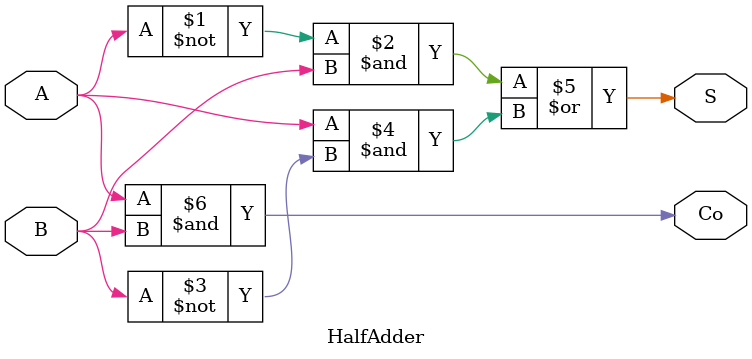
<source format=sv>
`timescale 1ns / 1ps


module HalfAdder(
    input A,
    input B,
    output S,
    output Co
    );
assign S=(~A&B)| (A&~B);
assign Co=A&B;

endmodule

</source>
